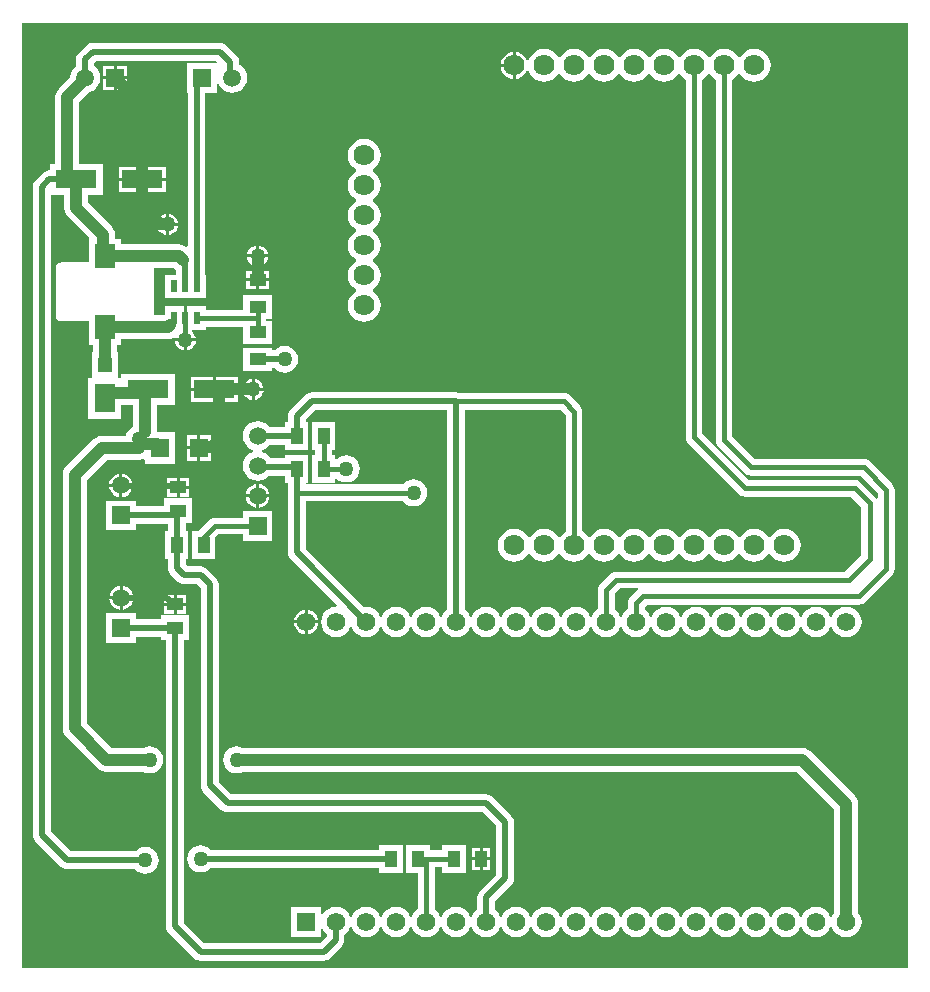
<source format=gtl>
G04*
G04 #@! TF.GenerationSoftware,Altium Limited,Altium Designer,19.0.15 (446)*
G04*
G04 Layer_Physical_Order=1*
G04 Layer_Color=255*
%FSLAX42Y42*%
%MOMM*%
G71*
G01*
G75*
%ADD15R,1.40X1.10*%
%ADD16R,1.52X1.65*%
%ADD17R,1.80X2.40*%
%ADD18R,1.20X1.20*%
%ADD19R,1.40X1.00*%
%ADD20R,1.00X1.40*%
%ADD21R,1.70X2.00*%
%ADD22R,3.50X1.60*%
%ADD23R,0.60X1.00*%
%ADD41C,0.40*%
%ADD42C,0.50*%
%ADD43C,1.00*%
%ADD44R,1.50X1.50*%
%ADD45C,1.50*%
%ADD46R,1.50X1.50*%
%ADD47C,1.56*%
%ADD48R,1.56X1.56*%
%ADD49C,1.78*%
%ADD50C,1.00*%
%ADD51C,1.27*%
G36*
X7500Y0D02*
X0D01*
Y8000D01*
X7500D01*
Y0D01*
D02*
G37*
%LPC*%
G36*
X6198Y7785D02*
X6161Y7781D01*
X6128Y7767D01*
X6099Y7744D01*
X6078Y7717D01*
X6071Y7716D01*
X6063Y7717D01*
X6043Y7744D01*
X6014Y7767D01*
X5980Y7781D01*
X5944Y7785D01*
X5907Y7781D01*
X5874Y7767D01*
X5845Y7744D01*
X5824Y7717D01*
X5817Y7716D01*
X5809Y7717D01*
X5789Y7744D01*
X5760Y7767D01*
X5726Y7781D01*
X5690Y7785D01*
X5653Y7781D01*
X5620Y7767D01*
X5591Y7744D01*
X5570Y7717D01*
X5563Y7716D01*
X5555Y7717D01*
X5535Y7744D01*
X5506Y7767D01*
X5472Y7781D01*
X5436Y7785D01*
X5399Y7781D01*
X5366Y7767D01*
X5337Y7744D01*
X5316Y7717D01*
X5309Y7716D01*
X5301Y7717D01*
X5281Y7744D01*
X5252Y7767D01*
X5218Y7781D01*
X5182Y7785D01*
X5145Y7781D01*
X5112Y7767D01*
X5083Y7744D01*
X5062Y7717D01*
X5055Y7716D01*
X5047Y7717D01*
X5027Y7744D01*
X4998Y7767D01*
X4964Y7781D01*
X4928Y7785D01*
X4891Y7781D01*
X4858Y7767D01*
X4829Y7744D01*
X4808Y7717D01*
X4801Y7716D01*
X4793Y7717D01*
X4773Y7744D01*
X4744Y7767D01*
X4710Y7781D01*
X4674Y7785D01*
X4637Y7781D01*
X4604Y7767D01*
X4575Y7744D01*
X4554Y7717D01*
X4547Y7716D01*
X4539Y7717D01*
X4519Y7744D01*
X4490Y7767D01*
X4456Y7781D01*
X4420Y7785D01*
X4383Y7781D01*
X4350Y7767D01*
X4321Y7744D01*
X4298Y7715D01*
X4286Y7686D01*
X4273Y7686D01*
X4265Y7703D01*
X4247Y7727D01*
X4223Y7745D01*
X4195Y7757D01*
X4178Y7759D01*
Y7645D01*
Y7532D01*
X4195Y7534D01*
X4223Y7546D01*
X4247Y7564D01*
X4265Y7588D01*
X4273Y7605D01*
X4286Y7605D01*
X4298Y7575D01*
X4321Y7546D01*
X4350Y7524D01*
X4383Y7510D01*
X4420Y7505D01*
X4456Y7510D01*
X4490Y7524D01*
X4519Y7546D01*
X4539Y7573D01*
X4547Y7574D01*
X4554Y7573D01*
X4575Y7546D01*
X4604Y7524D01*
X4637Y7510D01*
X4674Y7505D01*
X4710Y7510D01*
X4744Y7524D01*
X4773Y7546D01*
X4793Y7573D01*
X4801Y7574D01*
X4808Y7573D01*
X4829Y7546D01*
X4858Y7524D01*
X4891Y7510D01*
X4928Y7505D01*
X4964Y7510D01*
X4998Y7524D01*
X5027Y7546D01*
X5047Y7573D01*
X5055Y7574D01*
X5062Y7573D01*
X5083Y7546D01*
X5112Y7524D01*
X5145Y7510D01*
X5182Y7505D01*
X5218Y7510D01*
X5252Y7524D01*
X5281Y7546D01*
X5301Y7573D01*
X5309Y7574D01*
X5316Y7573D01*
X5337Y7546D01*
X5366Y7524D01*
X5399Y7510D01*
X5436Y7505D01*
X5472Y7510D01*
X5506Y7524D01*
X5535Y7546D01*
X5555Y7573D01*
X5563Y7574D01*
X5570Y7573D01*
X5591Y7546D01*
X5619Y7524D01*
Y4496D01*
X5621Y4478D01*
X5628Y4460D01*
X5640Y4446D01*
X6071Y4014D01*
X6086Y4003D01*
X6103Y3996D01*
X6121Y3993D01*
X7019D01*
X7105Y3908D01*
Y3496D01*
X6968Y3360D01*
X5029D01*
X5011Y3357D01*
X4994Y3350D01*
X4979Y3339D01*
X4896Y3256D01*
X4884Y3241D01*
X4877Y3224D01*
X4875Y3206D01*
Y3041D01*
X4854Y3025D01*
X4834Y2998D01*
X4825Y2978D01*
X4812D01*
X4803Y2998D01*
X4783Y3025D01*
X4756Y3046D01*
X4725Y3058D01*
X4692Y3063D01*
X4658Y3058D01*
X4627Y3046D01*
X4600Y3025D01*
X4580Y2998D01*
X4571Y2978D01*
X4558D01*
X4549Y2998D01*
X4529Y3025D01*
X4502Y3046D01*
X4471Y3058D01*
X4438Y3063D01*
X4404Y3058D01*
X4373Y3046D01*
X4346Y3025D01*
X4326Y2998D01*
X4317Y2978D01*
X4304D01*
X4295Y2998D01*
X4275Y3025D01*
X4248Y3046D01*
X4217Y3058D01*
X4183Y3063D01*
X4150Y3058D01*
X4119Y3046D01*
X4092Y3025D01*
X4072Y2998D01*
X4063Y2978D01*
X4050D01*
X4041Y2998D01*
X4021Y3025D01*
X3994Y3046D01*
X3963Y3058D01*
X3929Y3063D01*
X3896Y3058D01*
X3865Y3046D01*
X3838Y3025D01*
X3818Y2998D01*
X3809Y2978D01*
X3796D01*
X3787Y2998D01*
X3767Y3025D01*
X3751Y3037D01*
Y4730D01*
X4555D01*
X4603Y4682D01*
Y3702D01*
X4575Y3680D01*
X4554Y3653D01*
X4547Y3652D01*
X4539Y3653D01*
X4519Y3680D01*
X4490Y3703D01*
X4456Y3717D01*
X4420Y3721D01*
X4383Y3717D01*
X4350Y3703D01*
X4321Y3680D01*
X4300Y3653D01*
X4293Y3652D01*
X4285Y3653D01*
X4265Y3680D01*
X4236Y3703D01*
X4202Y3717D01*
X4166Y3721D01*
X4129Y3717D01*
X4096Y3703D01*
X4067Y3680D01*
X4044Y3651D01*
X4030Y3618D01*
X4026Y3581D01*
X4030Y3545D01*
X4044Y3511D01*
X4067Y3482D01*
X4096Y3460D01*
X4129Y3446D01*
X4166Y3441D01*
X4202Y3446D01*
X4236Y3460D01*
X4265Y3482D01*
X4285Y3509D01*
X4293Y3510D01*
X4300Y3509D01*
X4321Y3482D01*
X4350Y3460D01*
X4383Y3446D01*
X4420Y3441D01*
X4456Y3446D01*
X4490Y3460D01*
X4519Y3482D01*
X4539Y3509D01*
X4547Y3510D01*
X4554Y3509D01*
X4575Y3482D01*
X4604Y3460D01*
X4637Y3446D01*
X4674Y3441D01*
X4710Y3446D01*
X4744Y3460D01*
X4773Y3482D01*
X4793Y3509D01*
X4801Y3510D01*
X4808Y3509D01*
X4829Y3482D01*
X4858Y3460D01*
X4891Y3446D01*
X4928Y3441D01*
X4964Y3446D01*
X4998Y3460D01*
X5027Y3482D01*
X5047Y3509D01*
X5055Y3510D01*
X5062Y3509D01*
X5083Y3482D01*
X5112Y3460D01*
X5145Y3446D01*
X5182Y3441D01*
X5218Y3446D01*
X5252Y3460D01*
X5281Y3482D01*
X5301Y3509D01*
X5309Y3510D01*
X5316Y3509D01*
X5337Y3482D01*
X5366Y3460D01*
X5399Y3446D01*
X5436Y3441D01*
X5472Y3446D01*
X5506Y3460D01*
X5535Y3482D01*
X5555Y3509D01*
X5563Y3510D01*
X5570Y3509D01*
X5591Y3482D01*
X5620Y3460D01*
X5653Y3446D01*
X5690Y3441D01*
X5726Y3446D01*
X5760Y3460D01*
X5789Y3482D01*
X5809Y3509D01*
X5817Y3510D01*
X5824Y3509D01*
X5845Y3482D01*
X5874Y3460D01*
X5907Y3446D01*
X5944Y3441D01*
X5980Y3446D01*
X6014Y3460D01*
X6043Y3482D01*
X6063Y3509D01*
X6071Y3510D01*
X6078Y3509D01*
X6099Y3482D01*
X6128Y3460D01*
X6161Y3446D01*
X6198Y3441D01*
X6234Y3446D01*
X6268Y3460D01*
X6297Y3482D01*
X6317Y3509D01*
X6325Y3510D01*
X6332Y3509D01*
X6353Y3482D01*
X6382Y3460D01*
X6415Y3446D01*
X6452Y3441D01*
X6488Y3446D01*
X6522Y3460D01*
X6551Y3482D01*
X6573Y3511D01*
X6587Y3545D01*
X6592Y3581D01*
X6587Y3618D01*
X6573Y3651D01*
X6551Y3680D01*
X6522Y3703D01*
X6488Y3717D01*
X6452Y3721D01*
X6415Y3717D01*
X6382Y3703D01*
X6353Y3680D01*
X6332Y3653D01*
X6325Y3652D01*
X6317Y3653D01*
X6297Y3680D01*
X6268Y3703D01*
X6234Y3717D01*
X6198Y3721D01*
X6161Y3717D01*
X6128Y3703D01*
X6099Y3680D01*
X6078Y3653D01*
X6071Y3652D01*
X6063Y3653D01*
X6043Y3680D01*
X6014Y3703D01*
X5980Y3717D01*
X5944Y3721D01*
X5907Y3717D01*
X5874Y3703D01*
X5845Y3680D01*
X5824Y3653D01*
X5817Y3652D01*
X5809Y3653D01*
X5789Y3680D01*
X5760Y3703D01*
X5726Y3717D01*
X5690Y3721D01*
X5653Y3717D01*
X5620Y3703D01*
X5591Y3680D01*
X5570Y3653D01*
X5563Y3652D01*
X5555Y3653D01*
X5535Y3680D01*
X5506Y3703D01*
X5472Y3717D01*
X5436Y3721D01*
X5399Y3717D01*
X5366Y3703D01*
X5337Y3680D01*
X5316Y3653D01*
X5309Y3652D01*
X5301Y3653D01*
X5281Y3680D01*
X5252Y3703D01*
X5218Y3717D01*
X5182Y3721D01*
X5145Y3717D01*
X5112Y3703D01*
X5083Y3680D01*
X5062Y3653D01*
X5055Y3652D01*
X5047Y3653D01*
X5027Y3680D01*
X4998Y3703D01*
X4964Y3717D01*
X4928Y3721D01*
X4891Y3717D01*
X4858Y3703D01*
X4829Y3680D01*
X4808Y3653D01*
X4801Y3652D01*
X4793Y3653D01*
X4773Y3680D01*
X4744Y3702D01*
Y4712D01*
X4742Y4730D01*
X4735Y4747D01*
X4724Y4762D01*
X4635Y4851D01*
X4620Y4862D01*
X4603Y4869D01*
X4585Y4871D01*
X3701D01*
X3695Y4874D01*
X3676Y4876D01*
X2451D01*
X2432Y4874D01*
X2413Y4866D01*
X2398Y4854D01*
X2271Y4727D01*
X2259Y4711D01*
X2251Y4693D01*
X2248Y4674D01*
Y4628D01*
X2224D01*
Y4584D01*
X2093D01*
X2083Y4598D01*
X2057Y4618D01*
X2027Y4630D01*
X1994Y4635D01*
X1961Y4630D01*
X1931Y4618D01*
X1905Y4598D01*
X1885Y4572D01*
X1872Y4541D01*
X1868Y4508D01*
X1872Y4476D01*
X1885Y4445D01*
X1905Y4419D01*
X1931Y4399D01*
X1958Y4388D01*
X1958Y4388D01*
Y4375D01*
X1958Y4375D01*
X1931Y4364D01*
X1905Y4344D01*
X1885Y4318D01*
X1872Y4287D01*
X1868Y4254D01*
X1872Y4222D01*
X1885Y4191D01*
X1905Y4165D01*
X1931Y4145D01*
X1961Y4133D01*
X1994Y4128D01*
X2027Y4133D01*
X2057Y4145D01*
X2083Y4165D01*
X2084Y4166D01*
X2224D01*
Y4109D01*
X2248D01*
Y4026D01*
Y3523D01*
X2251Y3504D01*
X2259Y3485D01*
X2271Y3470D01*
X2666Y3074D01*
X2661Y3063D01*
X2659Y3063D01*
X2626Y3058D01*
X2595Y3046D01*
X2568Y3025D01*
X2548Y2998D01*
X2535Y2967D01*
X2530Y2934D01*
X2535Y2900D01*
X2548Y2869D01*
X2568Y2842D01*
X2595Y2822D01*
X2626Y2809D01*
X2659Y2805D01*
X2693Y2809D01*
X2724Y2822D01*
X2751Y2842D01*
X2771Y2869D01*
X2780Y2889D01*
X2793D01*
X2802Y2869D01*
X2822Y2842D01*
X2849Y2822D01*
X2880Y2809D01*
X2914Y2805D01*
X2947Y2809D01*
X2978Y2822D01*
X3005Y2842D01*
X3025Y2869D01*
X3034Y2889D01*
X3047D01*
X3056Y2869D01*
X3076Y2842D01*
X3103Y2822D01*
X3134Y2809D01*
X3167Y2805D01*
X3201Y2809D01*
X3232Y2822D01*
X3259Y2842D01*
X3279Y2869D01*
X3288Y2889D01*
X3301D01*
X3310Y2869D01*
X3330Y2842D01*
X3357Y2822D01*
X3388Y2809D01*
X3422Y2805D01*
X3455Y2809D01*
X3486Y2822D01*
X3513Y2842D01*
X3533Y2869D01*
X3542Y2889D01*
X3555D01*
X3564Y2869D01*
X3584Y2842D01*
X3611Y2822D01*
X3642Y2809D01*
X3676Y2805D01*
X3709Y2809D01*
X3740Y2822D01*
X3767Y2842D01*
X3787Y2869D01*
X3796Y2889D01*
X3809D01*
X3818Y2869D01*
X3838Y2842D01*
X3865Y2822D01*
X3896Y2809D01*
X3929Y2805D01*
X3963Y2809D01*
X3994Y2822D01*
X4021Y2842D01*
X4041Y2869D01*
X4050Y2889D01*
X4063D01*
X4072Y2869D01*
X4092Y2842D01*
X4119Y2822D01*
X4150Y2809D01*
X4183Y2805D01*
X4217Y2809D01*
X4248Y2822D01*
X4275Y2842D01*
X4295Y2869D01*
X4304Y2889D01*
X4317D01*
X4326Y2869D01*
X4346Y2842D01*
X4373Y2822D01*
X4404Y2809D01*
X4438Y2805D01*
X4471Y2809D01*
X4502Y2822D01*
X4529Y2842D01*
X4549Y2869D01*
X4558Y2889D01*
X4571D01*
X4580Y2869D01*
X4600Y2842D01*
X4627Y2822D01*
X4658Y2809D01*
X4692Y2805D01*
X4725Y2809D01*
X4756Y2822D01*
X4783Y2842D01*
X4803Y2869D01*
X4812Y2889D01*
X4825D01*
X4834Y2869D01*
X4854Y2842D01*
X4881Y2822D01*
X4912Y2809D01*
X4946Y2805D01*
X4979Y2809D01*
X5010Y2822D01*
X5037Y2842D01*
X5057Y2869D01*
X5066Y2889D01*
X5079D01*
X5088Y2869D01*
X5108Y2842D01*
X5135Y2822D01*
X5166Y2809D01*
X5199Y2805D01*
X5233Y2809D01*
X5264Y2822D01*
X5291Y2842D01*
X5311Y2869D01*
X5320Y2889D01*
X5333D01*
X5342Y2869D01*
X5362Y2842D01*
X5389Y2822D01*
X5420Y2809D01*
X5453Y2805D01*
X5487Y2809D01*
X5518Y2822D01*
X5545Y2842D01*
X5565Y2869D01*
X5574Y2889D01*
X5587D01*
X5596Y2869D01*
X5616Y2842D01*
X5643Y2822D01*
X5674Y2809D01*
X5708Y2805D01*
X5741Y2809D01*
X5772Y2822D01*
X5799Y2842D01*
X5819Y2869D01*
X5828Y2889D01*
X5841D01*
X5850Y2869D01*
X5870Y2842D01*
X5897Y2822D01*
X5928Y2809D01*
X5962Y2805D01*
X5995Y2809D01*
X6026Y2822D01*
X6053Y2842D01*
X6073Y2869D01*
X6082Y2889D01*
X6095D01*
X6104Y2869D01*
X6124Y2842D01*
X6151Y2822D01*
X6182Y2809D01*
X6215Y2805D01*
X6249Y2809D01*
X6280Y2822D01*
X6307Y2842D01*
X6327Y2869D01*
X6336Y2889D01*
X6349D01*
X6358Y2869D01*
X6378Y2842D01*
X6405Y2822D01*
X6436Y2809D01*
X6469Y2805D01*
X6503Y2809D01*
X6534Y2822D01*
X6561Y2842D01*
X6581Y2869D01*
X6590Y2889D01*
X6603D01*
X6612Y2869D01*
X6632Y2842D01*
X6659Y2822D01*
X6690Y2809D01*
X6724Y2805D01*
X6757Y2809D01*
X6788Y2822D01*
X6815Y2842D01*
X6835Y2869D01*
X6844Y2889D01*
X6857D01*
X6866Y2869D01*
X6886Y2842D01*
X6913Y2822D01*
X6944Y2809D01*
X6978Y2805D01*
X7011Y2809D01*
X7042Y2822D01*
X7069Y2842D01*
X7089Y2869D01*
X7102Y2900D01*
X7107Y2934D01*
X7102Y2967D01*
X7089Y2998D01*
X7069Y3025D01*
X7042Y3046D01*
X7011Y3058D01*
X6978Y3063D01*
X6944Y3058D01*
X6913Y3046D01*
X6886Y3025D01*
X6866Y2998D01*
X6857Y2978D01*
X6844D01*
X6835Y2998D01*
X6815Y3025D01*
X6788Y3046D01*
X6757Y3058D01*
X6724Y3063D01*
X6690Y3058D01*
X6659Y3046D01*
X6632Y3025D01*
X6612Y2998D01*
X6603Y2978D01*
X6590D01*
X6581Y2998D01*
X6561Y3025D01*
X6534Y3046D01*
X6503Y3058D01*
X6469Y3063D01*
X6436Y3058D01*
X6405Y3046D01*
X6378Y3025D01*
X6358Y2998D01*
X6349Y2978D01*
X6336D01*
X6327Y2998D01*
X6307Y3025D01*
X6280Y3046D01*
X6249Y3058D01*
X6215Y3063D01*
X6182Y3058D01*
X6151Y3046D01*
X6124Y3025D01*
X6104Y2998D01*
X6095Y2978D01*
X6082D01*
X6073Y2998D01*
X6053Y3025D01*
X6026Y3046D01*
X5995Y3058D01*
X5962Y3063D01*
X5928Y3058D01*
X5897Y3046D01*
X5870Y3025D01*
X5850Y2998D01*
X5841Y2978D01*
X5828D01*
X5819Y2998D01*
X5799Y3025D01*
X5772Y3046D01*
X5741Y3058D01*
X5708Y3063D01*
X5674Y3058D01*
X5643Y3046D01*
X5616Y3025D01*
X5596Y2998D01*
X5587Y2978D01*
X5574D01*
X5565Y2998D01*
X5545Y3025D01*
X5518Y3046D01*
X5487Y3058D01*
X5453Y3063D01*
X5420Y3058D01*
X5389Y3046D01*
X5362Y3025D01*
X5342Y2998D01*
X5333Y2978D01*
X5320D01*
X5311Y2998D01*
X5291Y3025D01*
X5270Y3041D01*
Y3062D01*
X5287Y3079D01*
X7087D01*
X7105Y3081D01*
X7122Y3088D01*
X7137Y3100D01*
X7365Y3328D01*
X7376Y3343D01*
X7383Y3360D01*
X7386Y3378D01*
Y4051D01*
X7383Y4070D01*
X7376Y4087D01*
X7365Y4101D01*
X7175Y4292D01*
X7160Y4303D01*
X7143Y4310D01*
X7125Y4312D01*
X6201D01*
X6014Y4500D01*
Y7524D01*
X6043Y7546D01*
X6063Y7573D01*
X6071Y7574D01*
X6078Y7573D01*
X6099Y7546D01*
X6128Y7524D01*
X6161Y7510D01*
X6198Y7505D01*
X6234Y7510D01*
X6268Y7524D01*
X6297Y7546D01*
X6319Y7575D01*
X6333Y7609D01*
X6338Y7645D01*
X6333Y7682D01*
X6319Y7715D01*
X6297Y7744D01*
X6268Y7767D01*
X6234Y7781D01*
X6198Y7785D01*
D02*
G37*
G36*
X4153Y7759D02*
X4136Y7757D01*
X4108Y7745D01*
X4084Y7727D01*
X4066Y7703D01*
X4054Y7675D01*
X4052Y7658D01*
X4153D01*
Y7759D01*
D02*
G37*
G36*
Y7633D02*
X4052D01*
X4054Y7616D01*
X4066Y7588D01*
X4084Y7564D01*
X4108Y7546D01*
X4136Y7534D01*
X4153Y7532D01*
Y7633D01*
D02*
G37*
G36*
X1676Y7835D02*
X597D01*
X577Y7833D01*
X559Y7825D01*
X543Y7813D01*
X543Y7813D01*
X480Y7750D01*
X468Y7734D01*
X460Y7716D01*
X458Y7696D01*
Y7639D01*
X444Y7629D01*
X424Y7603D01*
X412Y7572D01*
X408Y7543D01*
X310Y7445D01*
X294Y7424D01*
X284Y7400D01*
X280Y7374D01*
Y6810D01*
X232D01*
Y6768D01*
X229Y6756D01*
X209Y6753D01*
X191Y6746D01*
X175Y6734D01*
X112Y6670D01*
X100Y6655D01*
X92Y6636D01*
X89Y6617D01*
X89Y1130D01*
X92Y1111D01*
X100Y1092D01*
X112Y1077D01*
X328Y861D01*
X328Y861D01*
X343Y849D01*
X361Y841D01*
X381Y839D01*
X381Y839D01*
X956D01*
X960Y833D01*
X984Y815D01*
X1012Y804D01*
X1041Y800D01*
X1071Y804D01*
X1099Y815D01*
X1122Y833D01*
X1141Y857D01*
X1152Y885D01*
X1156Y914D01*
X1152Y944D01*
X1141Y972D01*
X1122Y995D01*
X1099Y1014D01*
X1071Y1025D01*
X1041Y1029D01*
X1012Y1025D01*
X984Y1014D01*
X960Y995D01*
X956Y990D01*
X412D01*
X241Y1162D01*
X241Y6550D01*
X356D01*
Y6439D01*
X359Y6413D01*
X369Y6389D01*
X385Y6368D01*
X567Y6186D01*
X564Y6178D01*
X564D01*
Y5979D01*
X334D01*
X314Y5975D01*
X297Y5964D01*
X286Y5947D01*
X283Y5928D01*
Y5528D01*
X286Y5508D01*
X297Y5492D01*
X314Y5481D01*
X334Y5477D01*
X564D01*
Y5278D01*
X598D01*
Y5215D01*
X589D01*
Y4995D01*
X559D01*
Y4655D01*
X839D01*
Y4771D01*
X941D01*
Y4585D01*
X933Y4582D01*
X910Y4564D01*
X891Y4540D01*
X880Y4513D01*
X879Y4508D01*
X673D01*
X647Y4504D01*
X623Y4494D01*
X602Y4478D01*
X373Y4250D01*
X357Y4229D01*
X347Y4204D01*
X344Y4178D01*
Y2032D01*
X347Y2006D01*
X357Y1982D01*
X373Y1961D01*
X640Y1694D01*
X661Y1678D01*
X685Y1668D01*
X711Y1664D01*
X1026D01*
X1050Y1655D01*
X1080Y1651D01*
X1109Y1655D01*
X1137Y1666D01*
X1160Y1684D01*
X1179Y1708D01*
X1190Y1736D01*
X1194Y1765D01*
X1190Y1795D01*
X1179Y1823D01*
X1160Y1846D01*
X1137Y1864D01*
X1109Y1876D01*
X1080Y1880D01*
X1050Y1876D01*
X1026Y1866D01*
X753D01*
X545Y2074D01*
Y4137D01*
X715Y4306D01*
X991D01*
X1017Y4309D01*
X1029Y4315D01*
X1040Y4308D01*
Y4274D01*
X1292D01*
Y4539D01*
X1146D01*
X1142Y4540D01*
Y4772D01*
X1291D01*
Y5032D01*
X841D01*
Y5007D01*
X839Y4995D01*
X809D01*
Y5215D01*
X799D01*
Y5278D01*
X834D01*
Y5327D01*
X1231D01*
X1257Y5330D01*
X1281Y5340D01*
X1282Y5341D01*
X1294Y5334D01*
X1294Y5334D01*
X1470D01*
X1468Y5345D01*
X1459Y5366D01*
X1445Y5385D01*
X1437Y5391D01*
X1441Y5404D01*
X1557D01*
Y5433D01*
X1874D01*
Y5285D01*
X2114D01*
Y5485D01*
X2065D01*
Y5501D01*
X2114D01*
Y5701D01*
X1874D01*
Y5574D01*
X1557D01*
Y5604D01*
X1397D01*
Y5579D01*
X1394D01*
Y5504D01*
X1369D01*
Y5579D01*
X1367D01*
Y5604D01*
X1207D01*
Y5538D01*
X1201Y5536D01*
X1192Y5529D01*
X1114D01*
Y5927D01*
X1284D01*
X1288Y5923D01*
X1306Y5909D01*
Y5874D01*
X1207D01*
Y5674D01*
X1557D01*
Y5874D01*
X1552D01*
Y7415D01*
X1649D01*
Y7491D01*
X1662Y7494D01*
X1669Y7477D01*
X1689Y7451D01*
X1715Y7431D01*
X1745Y7418D01*
X1778Y7414D01*
X1811Y7418D01*
X1841Y7431D01*
X1867Y7451D01*
X1887Y7477D01*
X1900Y7507D01*
X1904Y7540D01*
X1900Y7572D01*
X1887Y7603D01*
X1867Y7629D01*
X1841Y7649D01*
X1835Y7652D01*
Y7677D01*
X1832Y7697D01*
X1824Y7715D01*
X1812Y7731D01*
X1812Y7731D01*
X1730Y7813D01*
X1714Y7825D01*
X1696Y7833D01*
X1676Y7835D01*
D02*
G37*
G36*
X2007Y6120D02*
Y6045D01*
X2082D01*
X2081Y6056D01*
X2072Y6077D01*
X2057Y6096D01*
X2039Y6110D01*
X2017Y6119D01*
X2007Y6120D01*
D02*
G37*
G36*
X1981D02*
X1971Y6119D01*
X1949Y6110D01*
X1930Y6096D01*
X1916Y6077D01*
X1907Y6056D01*
X1906Y6045D01*
X1981D01*
Y6120D01*
D02*
G37*
G36*
X2082Y6020D02*
X2007D01*
Y5945D01*
X2017Y5946D01*
X2039Y5955D01*
X2057Y5969D01*
X2072Y5988D01*
X2081Y6009D01*
X2082Y6020D01*
D02*
G37*
G36*
X1981D02*
X1906D01*
X1907Y6009D01*
X1916Y5988D01*
X1930Y5969D01*
X1949Y5955D01*
X1971Y5946D01*
X1981Y5945D01*
Y6020D01*
D02*
G37*
G36*
X2089Y5905D02*
X2007D01*
Y5842D01*
X2089D01*
Y5905D01*
D02*
G37*
G36*
X1981D02*
X1899D01*
Y5842D01*
X1981D01*
Y5905D01*
D02*
G37*
G36*
X2089Y5817D02*
X2007D01*
Y5754D01*
X2089D01*
Y5817D01*
D02*
G37*
G36*
X1981D02*
X1899D01*
Y5754D01*
X1981D01*
Y5817D01*
D02*
G37*
G36*
X2896Y7023D02*
X2859Y7019D01*
X2826Y7005D01*
X2797Y6982D01*
X2774Y6953D01*
X2760Y6920D01*
X2756Y6883D01*
X2760Y6847D01*
X2774Y6813D01*
X2797Y6784D01*
X2824Y6764D01*
X2825Y6756D01*
X2824Y6749D01*
X2797Y6728D01*
X2774Y6699D01*
X2760Y6666D01*
X2756Y6629D01*
X2760Y6593D01*
X2774Y6559D01*
X2797Y6530D01*
X2824Y6510D01*
X2825Y6502D01*
X2824Y6495D01*
X2797Y6474D01*
X2774Y6445D01*
X2760Y6412D01*
X2756Y6375D01*
X2760Y6339D01*
X2774Y6305D01*
X2797Y6276D01*
X2824Y6256D01*
X2825Y6248D01*
X2824Y6241D01*
X2797Y6220D01*
X2774Y6191D01*
X2760Y6158D01*
X2756Y6121D01*
X2760Y6085D01*
X2774Y6051D01*
X2797Y6022D01*
X2824Y6002D01*
X2825Y5994D01*
X2824Y5987D01*
X2797Y5966D01*
X2774Y5937D01*
X2760Y5904D01*
X2756Y5867D01*
X2760Y5831D01*
X2774Y5797D01*
X2797Y5768D01*
X2824Y5748D01*
X2825Y5740D01*
X2824Y5733D01*
X2797Y5712D01*
X2774Y5683D01*
X2760Y5650D01*
X2756Y5613D01*
X2760Y5577D01*
X2774Y5543D01*
X2797Y5514D01*
X2826Y5492D01*
X2859Y5478D01*
X2896Y5473D01*
X2932Y5478D01*
X2966Y5492D01*
X2995Y5514D01*
X3017Y5543D01*
X3031Y5577D01*
X3036Y5613D01*
X3031Y5650D01*
X3017Y5683D01*
X2995Y5712D01*
X2968Y5733D01*
X2967Y5740D01*
X2968Y5748D01*
X2995Y5768D01*
X3017Y5797D01*
X3031Y5831D01*
X3036Y5867D01*
X3031Y5904D01*
X3017Y5937D01*
X2995Y5966D01*
X2968Y5987D01*
X2967Y5994D01*
X2968Y6002D01*
X2995Y6022D01*
X3017Y6051D01*
X3031Y6085D01*
X3036Y6121D01*
X3031Y6158D01*
X3017Y6191D01*
X2995Y6220D01*
X2968Y6241D01*
X2967Y6248D01*
X2968Y6256D01*
X2995Y6276D01*
X3017Y6305D01*
X3031Y6339D01*
X3036Y6375D01*
X3031Y6412D01*
X3017Y6445D01*
X2995Y6474D01*
X2968Y6495D01*
X2967Y6502D01*
X2968Y6510D01*
X2995Y6530D01*
X3017Y6559D01*
X3031Y6593D01*
X3036Y6629D01*
X3031Y6666D01*
X3017Y6699D01*
X2995Y6728D01*
X2968Y6749D01*
X2967Y6756D01*
X2968Y6764D01*
X2995Y6784D01*
X3017Y6813D01*
X3031Y6847D01*
X3036Y6883D01*
X3031Y6920D01*
X3017Y6953D01*
X2995Y6982D01*
X2966Y7005D01*
X2932Y7019D01*
X2896Y7023D01*
D02*
G37*
G36*
X1470Y5309D02*
X1394D01*
Y5233D01*
X1405Y5235D01*
X1427Y5244D01*
X1445Y5258D01*
X1459Y5276D01*
X1468Y5298D01*
X1470Y5309D01*
D02*
G37*
G36*
X1369D02*
X1294D01*
X1295Y5298D01*
X1304Y5276D01*
X1318Y5258D01*
X1337Y5244D01*
X1359Y5235D01*
X1369Y5233D01*
Y5309D01*
D02*
G37*
G36*
X2223Y5271D02*
X2193Y5267D01*
X2165Y5255D01*
X2142Y5237D01*
X2137Y5232D01*
X2114D01*
Y5256D01*
X1874D01*
Y5056D01*
X2114D01*
Y5081D01*
X2137D01*
X2142Y5075D01*
X2165Y5057D01*
X2193Y5046D01*
X2223Y5042D01*
X2252Y5046D01*
X2280Y5057D01*
X2303Y5075D01*
X2322Y5099D01*
X2333Y5127D01*
X2337Y5156D01*
X2333Y5186D01*
X2322Y5213D01*
X2303Y5237D01*
X2280Y5255D01*
X2252Y5267D01*
X2223Y5271D01*
D02*
G37*
G36*
X1968Y4990D02*
Y4915D01*
X2044D01*
X2042Y4925D01*
X2033Y4947D01*
X2019Y4966D01*
X2001Y4980D01*
X1979Y4989D01*
X1968Y4990D01*
D02*
G37*
G36*
X1943D02*
X1933Y4989D01*
X1911Y4980D01*
X1892Y4966D01*
X1878Y4947D01*
X1869Y4925D01*
X1868Y4915D01*
X1943D01*
Y4990D01*
D02*
G37*
G36*
X1827Y5008D02*
X1639D01*
Y4915D01*
X1827D01*
Y5008D01*
D02*
G37*
G36*
X1614D02*
X1426D01*
Y4915D01*
X1614D01*
Y5008D01*
D02*
G37*
G36*
X2044Y4890D02*
X1968D01*
Y4814D01*
X1979Y4816D01*
X2001Y4825D01*
X2019Y4839D01*
X2033Y4857D01*
X2042Y4879D01*
X2044Y4890D01*
D02*
G37*
G36*
X1943D02*
X1868D01*
X1869Y4879D01*
X1878Y4857D01*
X1892Y4839D01*
X1911Y4825D01*
X1933Y4816D01*
X1943Y4814D01*
Y4890D01*
D02*
G37*
G36*
X1827D02*
X1639D01*
Y4797D01*
X1827D01*
Y4890D01*
D02*
G37*
G36*
X1614D02*
X1426D01*
Y4797D01*
X1614D01*
Y4890D01*
D02*
G37*
G36*
X1598Y4515D02*
X1509D01*
Y4420D01*
X1598D01*
Y4515D01*
D02*
G37*
G36*
X1483D02*
X1394D01*
Y4420D01*
X1483D01*
Y4515D01*
D02*
G37*
G36*
X1598Y4394D02*
X1509D01*
Y4299D01*
X1598D01*
Y4394D01*
D02*
G37*
G36*
X1483D02*
X1394D01*
Y4299D01*
X1483D01*
Y4394D01*
D02*
G37*
G36*
X849Y4189D02*
Y4102D01*
X936D01*
X934Y4116D01*
X924Y4140D01*
X908Y4161D01*
X887Y4177D01*
X863Y4187D01*
X849Y4189D01*
D02*
G37*
G36*
X824D02*
X810Y4187D01*
X786Y4177D01*
X765Y4161D01*
X749Y4140D01*
X739Y4116D01*
X737Y4102D01*
X824D01*
Y4189D01*
D02*
G37*
G36*
X1416Y4155D02*
X1334D01*
Y4088D01*
X1416D01*
Y4155D01*
D02*
G37*
G36*
X1308D02*
X1226D01*
Y4088D01*
X1308D01*
Y4155D01*
D02*
G37*
G36*
X2007Y4100D02*
Y4013D01*
X2093D01*
X2092Y4027D01*
X2082Y4051D01*
X2066Y4072D01*
X2045Y4088D01*
X2020Y4098D01*
X2007Y4100D01*
D02*
G37*
G36*
X1981D02*
X1968Y4098D01*
X1943Y4088D01*
X1922Y4072D01*
X1906Y4051D01*
X1896Y4027D01*
X1894Y4013D01*
X1981D01*
Y4100D01*
D02*
G37*
G36*
X1416Y4062D02*
X1334D01*
Y3995D01*
X1416D01*
Y4062D01*
D02*
G37*
G36*
X1308D02*
X1226D01*
Y3995D01*
X1308D01*
Y4062D01*
D02*
G37*
G36*
X936Y4077D02*
X849D01*
Y3990D01*
X863Y3992D01*
X887Y4002D01*
X908Y4018D01*
X924Y4039D01*
X934Y4063D01*
X936Y4077D01*
D02*
G37*
G36*
X824D02*
X737D01*
X739Y4063D01*
X749Y4039D01*
X765Y4018D01*
X786Y4002D01*
X810Y3992D01*
X824Y3990D01*
Y4077D01*
D02*
G37*
G36*
X1441Y3980D02*
X1201D01*
Y3911D01*
X962D01*
Y3960D01*
X712D01*
Y3710D01*
X962D01*
Y3760D01*
X1239D01*
Y3701D01*
X1208D01*
Y3462D01*
X1232D01*
Y3391D01*
X1235Y3371D01*
X1243Y3353D01*
X1255Y3337D01*
X1318Y3274D01*
X1318Y3274D01*
X1334Y3262D01*
X1352Y3254D01*
X1372Y3252D01*
X1372Y3252D01*
X1480D01*
X1512Y3220D01*
Y1549D01*
X1514Y1530D01*
X1522Y1512D01*
X1534Y1496D01*
X1686Y1344D01*
X1702Y1331D01*
X1720Y1324D01*
X1740Y1321D01*
X3898D01*
X4014Y1206D01*
Y793D01*
X3876Y656D01*
X3864Y640D01*
X3856Y622D01*
X3854Y602D01*
Y497D01*
X3838Y485D01*
X3818Y458D01*
X3809Y438D01*
X3796D01*
X3787Y458D01*
X3767Y485D01*
X3740Y506D01*
X3709Y518D01*
X3676Y523D01*
X3642Y518D01*
X3611Y506D01*
X3584Y485D01*
X3564Y458D01*
X3555Y438D01*
X3542D01*
X3533Y458D01*
X3513Y485D01*
X3492Y501D01*
Y856D01*
X3558D01*
Y807D01*
X3758D01*
Y1047D01*
X3558D01*
Y998D01*
X3453D01*
Y1047D01*
X3253D01*
Y807D01*
X3351D01*
Y501D01*
X3330Y485D01*
X3310Y458D01*
X3301Y438D01*
X3288D01*
X3279Y458D01*
X3259Y485D01*
X3232Y506D01*
X3201Y518D01*
X3167Y523D01*
X3134Y518D01*
X3103Y506D01*
X3076Y485D01*
X3056Y458D01*
X3047Y438D01*
X3034D01*
X3025Y458D01*
X3005Y485D01*
X2978Y506D01*
X2947Y518D01*
X2914Y523D01*
X2880Y518D01*
X2849Y506D01*
X2822Y485D01*
X2802Y458D01*
X2793Y438D01*
X2780D01*
X2771Y458D01*
X2751Y485D01*
X2724Y506D01*
X2693Y518D01*
X2659Y523D01*
X2626Y518D01*
X2595Y506D01*
X2568Y485D01*
X2548Y458D01*
X2546Y455D01*
X2533Y457D01*
Y522D01*
X2277D01*
Y266D01*
X2533D01*
Y330D01*
X2546Y333D01*
X2548Y329D01*
X2568Y302D01*
X2578Y295D01*
Y272D01*
X2521Y215D01*
X1543D01*
X1371Y387D01*
Y2779D01*
X1415D01*
Y2989D01*
X1176D01*
Y2960D01*
X963D01*
Y3008D01*
X713D01*
Y2758D01*
X963D01*
Y2809D01*
X1176D01*
Y2779D01*
X1220D01*
Y356D01*
X1222Y336D01*
X1230Y318D01*
X1242Y302D01*
X1458Y86D01*
X1473Y74D01*
X1492Y67D01*
X1511Y64D01*
X2553D01*
X2572Y67D01*
X2591Y74D01*
X2606Y86D01*
X2707Y187D01*
X2719Y203D01*
X2727Y221D01*
X2729Y241D01*
Y286D01*
X2751Y302D01*
X2771Y329D01*
X2780Y349D01*
X2793D01*
X2802Y329D01*
X2822Y302D01*
X2849Y282D01*
X2880Y269D01*
X2914Y265D01*
X2947Y269D01*
X2978Y282D01*
X3005Y302D01*
X3025Y329D01*
X3034Y349D01*
X3047D01*
X3056Y329D01*
X3076Y302D01*
X3103Y282D01*
X3134Y269D01*
X3167Y265D01*
X3201Y269D01*
X3232Y282D01*
X3259Y302D01*
X3279Y329D01*
X3288Y349D01*
X3301D01*
X3310Y329D01*
X3330Y302D01*
X3357Y282D01*
X3388Y269D01*
X3422Y265D01*
X3455Y269D01*
X3486Y282D01*
X3513Y302D01*
X3533Y329D01*
X3542Y349D01*
X3555D01*
X3564Y329D01*
X3584Y302D01*
X3611Y282D01*
X3642Y269D01*
X3676Y265D01*
X3709Y269D01*
X3740Y282D01*
X3767Y302D01*
X3787Y329D01*
X3796Y349D01*
X3809D01*
X3818Y329D01*
X3838Y302D01*
X3865Y282D01*
X3896Y269D01*
X3929Y265D01*
X3963Y269D01*
X3994Y282D01*
X4021Y302D01*
X4041Y329D01*
X4050Y349D01*
X4063D01*
X4072Y329D01*
X4092Y302D01*
X4119Y282D01*
X4150Y269D01*
X4183Y265D01*
X4217Y269D01*
X4248Y282D01*
X4275Y302D01*
X4295Y329D01*
X4304Y349D01*
X4317D01*
X4326Y329D01*
X4346Y302D01*
X4373Y282D01*
X4404Y269D01*
X4438Y265D01*
X4471Y269D01*
X4502Y282D01*
X4529Y302D01*
X4549Y329D01*
X4558Y349D01*
X4571D01*
X4580Y329D01*
X4600Y302D01*
X4627Y282D01*
X4658Y269D01*
X4692Y265D01*
X4725Y269D01*
X4756Y282D01*
X4783Y302D01*
X4803Y329D01*
X4812Y349D01*
X4825D01*
X4834Y329D01*
X4854Y302D01*
X4881Y282D01*
X4912Y269D01*
X4946Y265D01*
X4979Y269D01*
X5010Y282D01*
X5037Y302D01*
X5057Y329D01*
X5066Y349D01*
X5079D01*
X5088Y329D01*
X5108Y302D01*
X5135Y282D01*
X5166Y269D01*
X5199Y265D01*
X5233Y269D01*
X5264Y282D01*
X5291Y302D01*
X5311Y329D01*
X5320Y349D01*
X5333D01*
X5342Y329D01*
X5362Y302D01*
X5389Y282D01*
X5420Y269D01*
X5453Y265D01*
X5487Y269D01*
X5518Y282D01*
X5545Y302D01*
X5565Y329D01*
X5574Y349D01*
X5587D01*
X5596Y329D01*
X5616Y302D01*
X5643Y282D01*
X5674Y269D01*
X5708Y265D01*
X5741Y269D01*
X5772Y282D01*
X5799Y302D01*
X5819Y329D01*
X5828Y349D01*
X5841D01*
X5850Y329D01*
X5870Y302D01*
X5897Y282D01*
X5928Y269D01*
X5962Y265D01*
X5995Y269D01*
X6026Y282D01*
X6053Y302D01*
X6073Y329D01*
X6082Y349D01*
X6095D01*
X6104Y329D01*
X6124Y302D01*
X6151Y282D01*
X6182Y269D01*
X6215Y265D01*
X6249Y269D01*
X6280Y282D01*
X6307Y302D01*
X6327Y329D01*
X6336Y349D01*
X6349D01*
X6358Y329D01*
X6378Y302D01*
X6405Y282D01*
X6436Y269D01*
X6469Y265D01*
X6503Y269D01*
X6534Y282D01*
X6561Y302D01*
X6581Y329D01*
X6590Y349D01*
X6603D01*
X6612Y329D01*
X6632Y302D01*
X6659Y282D01*
X6690Y269D01*
X6724Y265D01*
X6757Y269D01*
X6788Y282D01*
X6815Y302D01*
X6835Y329D01*
X6844Y349D01*
X6857D01*
X6866Y329D01*
X6886Y302D01*
X6913Y282D01*
X6944Y269D01*
X6978Y265D01*
X7011Y269D01*
X7042Y282D01*
X7069Y302D01*
X7089Y329D01*
X7102Y360D01*
X7107Y394D01*
X7102Y427D01*
X7089Y458D01*
X7078Y473D01*
Y1392D01*
X7075Y1418D01*
X7065Y1442D01*
X7049Y1463D01*
X6675Y1837D01*
X6654Y1853D01*
X6630Y1863D01*
X6604Y1866D01*
X1869D01*
X1846Y1876D01*
X1816Y1880D01*
X1786Y1876D01*
X1759Y1864D01*
X1735Y1846D01*
X1717Y1823D01*
X1706Y1795D01*
X1702Y1765D01*
X1706Y1736D01*
X1717Y1708D01*
X1735Y1684D01*
X1759Y1666D01*
X1786Y1655D01*
X1816Y1651D01*
X1846Y1655D01*
X1869Y1664D01*
X6562D01*
X6877Y1350D01*
Y473D01*
X6866Y458D01*
X6857Y438D01*
X6844D01*
X6835Y458D01*
X6815Y485D01*
X6788Y506D01*
X6757Y518D01*
X6724Y523D01*
X6690Y518D01*
X6659Y506D01*
X6632Y485D01*
X6612Y458D01*
X6603Y438D01*
X6590D01*
X6581Y458D01*
X6561Y485D01*
X6534Y506D01*
X6503Y518D01*
X6469Y523D01*
X6436Y518D01*
X6405Y506D01*
X6378Y485D01*
X6358Y458D01*
X6349Y438D01*
X6336D01*
X6327Y458D01*
X6307Y485D01*
X6280Y506D01*
X6249Y518D01*
X6215Y523D01*
X6182Y518D01*
X6151Y506D01*
X6124Y485D01*
X6104Y458D01*
X6095Y438D01*
X6082D01*
X6073Y458D01*
X6053Y485D01*
X6026Y506D01*
X5995Y518D01*
X5962Y523D01*
X5928Y518D01*
X5897Y506D01*
X5870Y485D01*
X5850Y458D01*
X5841Y438D01*
X5828D01*
X5819Y458D01*
X5799Y485D01*
X5772Y506D01*
X5741Y518D01*
X5708Y523D01*
X5674Y518D01*
X5643Y506D01*
X5616Y485D01*
X5596Y458D01*
X5587Y438D01*
X5574D01*
X5565Y458D01*
X5545Y485D01*
X5518Y506D01*
X5487Y518D01*
X5453Y523D01*
X5420Y518D01*
X5389Y506D01*
X5362Y485D01*
X5342Y458D01*
X5333Y438D01*
X5320D01*
X5311Y458D01*
X5291Y485D01*
X5264Y506D01*
X5233Y518D01*
X5199Y523D01*
X5166Y518D01*
X5135Y506D01*
X5108Y485D01*
X5088Y458D01*
X5079Y438D01*
X5066D01*
X5057Y458D01*
X5037Y485D01*
X5010Y506D01*
X4979Y518D01*
X4946Y523D01*
X4912Y518D01*
X4881Y506D01*
X4854Y485D01*
X4834Y458D01*
X4825Y438D01*
X4812D01*
X4803Y458D01*
X4783Y485D01*
X4756Y506D01*
X4725Y518D01*
X4692Y523D01*
X4658Y518D01*
X4627Y506D01*
X4600Y485D01*
X4580Y458D01*
X4571Y438D01*
X4558D01*
X4549Y458D01*
X4529Y485D01*
X4502Y506D01*
X4471Y518D01*
X4438Y523D01*
X4404Y518D01*
X4373Y506D01*
X4346Y485D01*
X4326Y458D01*
X4317Y438D01*
X4304D01*
X4295Y458D01*
X4275Y485D01*
X4248Y506D01*
X4217Y518D01*
X4183Y523D01*
X4150Y518D01*
X4119Y506D01*
X4092Y485D01*
X4072Y458D01*
X4063Y438D01*
X4050D01*
X4041Y458D01*
X4021Y485D01*
X4005Y497D01*
Y571D01*
X4143Y709D01*
X4155Y724D01*
X4162Y742D01*
X4165Y762D01*
Y1237D01*
X4162Y1257D01*
X4155Y1275D01*
X4143Y1291D01*
X3983Y1450D01*
X3967Y1463D01*
X3949Y1470D01*
X3929Y1473D01*
X1771D01*
X1663Y1581D01*
Y3251D01*
X1661Y3271D01*
X1653Y3289D01*
X1641Y3305D01*
X1565Y3381D01*
X1549Y3393D01*
X1531Y3400D01*
X1511Y3403D01*
X1403D01*
X1384Y3422D01*
Y3462D01*
X1408D01*
Y3701D01*
X1390D01*
Y3770D01*
X1441D01*
Y3980D01*
D02*
G37*
G36*
X2093Y3988D02*
X2007D01*
Y3901D01*
X2020Y3903D01*
X2045Y3913D01*
X2066Y3929D01*
X2082Y3950D01*
X2092Y3974D01*
X2093Y3988D01*
D02*
G37*
G36*
X1981D02*
X1894D01*
X1896Y3974D01*
X1906Y3950D01*
X1922Y3929D01*
X1943Y3913D01*
X1968Y3903D01*
X1981Y3901D01*
Y3988D01*
D02*
G37*
G36*
X2119Y3872D02*
X1869D01*
Y3817D01*
X1631D01*
X1612Y3815D01*
X1595Y3808D01*
X1581Y3796D01*
X1487Y3703D01*
X1486Y3701D01*
X1437D01*
Y3462D01*
X1637D01*
Y3653D01*
X1660Y3676D01*
X1869D01*
Y3622D01*
X2119D01*
Y3872D01*
D02*
G37*
G36*
X851Y3236D02*
Y3150D01*
X938D01*
X936Y3163D01*
X926Y3188D01*
X910Y3209D01*
X889Y3225D01*
X864Y3235D01*
X851Y3236D01*
D02*
G37*
G36*
X826D02*
X812Y3235D01*
X788Y3225D01*
X767Y3209D01*
X751Y3188D01*
X740Y3163D01*
X739Y3150D01*
X826D01*
Y3236D01*
D02*
G37*
G36*
X1391Y3165D02*
X1308D01*
Y3097D01*
X1391D01*
Y3165D01*
D02*
G37*
G36*
X1283D02*
X1200D01*
Y3097D01*
X1283D01*
Y3165D01*
D02*
G37*
G36*
X938Y3124D02*
X851D01*
Y3037D01*
X864Y3039D01*
X889Y3049D01*
X910Y3065D01*
X926Y3086D01*
X936Y3111D01*
X938Y3124D01*
D02*
G37*
G36*
X826D02*
X739D01*
X740Y3111D01*
X751Y3086D01*
X767Y3065D01*
X788Y3049D01*
X812Y3039D01*
X826Y3037D01*
Y3124D01*
D02*
G37*
G36*
X1391Y3072D02*
X1308D01*
Y3004D01*
X1391D01*
Y3072D01*
D02*
G37*
G36*
X1283D02*
X1200D01*
Y3004D01*
X1283D01*
Y3072D01*
D02*
G37*
G36*
X2418Y3036D02*
Y2946D01*
X2508D01*
X2506Y2961D01*
X2496Y2986D01*
X2479Y3007D01*
X2458Y3024D01*
X2432Y3034D01*
X2418Y3036D01*
D02*
G37*
G36*
X2393D02*
X2379Y3034D01*
X2353Y3024D01*
X2332Y3007D01*
X2315Y2986D01*
X2305Y2961D01*
X2303Y2946D01*
X2393D01*
Y3036D01*
D02*
G37*
G36*
X2508Y2921D02*
X2418D01*
Y2831D01*
X2432Y2833D01*
X2458Y2843D01*
X2479Y2860D01*
X2496Y2882D01*
X2506Y2907D01*
X2508Y2921D01*
D02*
G37*
G36*
X2393D02*
X2303D01*
X2305Y2907D01*
X2315Y2882D01*
X2332Y2860D01*
X2353Y2843D01*
X2379Y2833D01*
X2393Y2831D01*
Y2921D01*
D02*
G37*
G36*
X3224Y1047D02*
X3024D01*
Y1003D01*
X1596D01*
X1592Y1008D01*
X1569Y1026D01*
X1541Y1038D01*
X1511Y1042D01*
X1482Y1038D01*
X1454Y1026D01*
X1430Y1008D01*
X1412Y984D01*
X1401Y957D01*
X1397Y927D01*
X1401Y897D01*
X1412Y870D01*
X1430Y846D01*
X1454Y828D01*
X1482Y817D01*
X1511Y813D01*
X1541Y817D01*
X1569Y828D01*
X1592Y846D01*
X1596Y851D01*
X3024D01*
Y807D01*
X3224D01*
Y1047D01*
D02*
G37*
G36*
X3962Y1022D02*
X3899D01*
Y940D01*
X3962D01*
Y1022D01*
D02*
G37*
G36*
X3873D02*
X3811D01*
Y940D01*
X3873D01*
Y1022D01*
D02*
G37*
G36*
X3962Y914D02*
X3899D01*
Y832D01*
X3962D01*
Y914D01*
D02*
G37*
G36*
X3873D02*
X3811D01*
Y832D01*
X3873D01*
Y914D01*
D02*
G37*
%LPD*%
G36*
X3600Y3037D02*
X3584Y3025D01*
X3564Y2998D01*
X3555Y2978D01*
X3542D01*
X3533Y2998D01*
X3513Y3025D01*
X3486Y3046D01*
X3455Y3058D01*
X3422Y3063D01*
X3388Y3058D01*
X3357Y3046D01*
X3330Y3025D01*
X3310Y2998D01*
X3301Y2978D01*
X3288D01*
X3279Y2998D01*
X3259Y3025D01*
X3232Y3046D01*
X3201Y3058D01*
X3167Y3063D01*
X3134Y3058D01*
X3103Y3046D01*
X3076Y3025D01*
X3056Y2998D01*
X3047Y2978D01*
X3034D01*
X3025Y2998D01*
X3005Y3025D01*
X2978Y3046D01*
X2947Y3058D01*
X2914Y3063D01*
X2894Y3060D01*
X2400Y3554D01*
Y3955D01*
X3226D01*
X3234Y3945D01*
X3257Y3927D01*
X3285Y3915D01*
X3315Y3911D01*
X3344Y3915D01*
X3372Y3927D01*
X3396Y3945D01*
X3414Y3969D01*
X3425Y3996D01*
X3429Y4026D01*
X3425Y4056D01*
X3414Y4083D01*
X3396Y4107D01*
X3372Y4125D01*
X3344Y4136D01*
X3315Y4140D01*
X3285Y4136D01*
X3257Y4125D01*
X3234Y4107D01*
X3226Y4097D01*
X2400D01*
Y4109D01*
X2424D01*
Y4349D01*
X2224D01*
Y4317D01*
X2103D01*
X2103Y4318D01*
X2083Y4344D01*
X2057Y4364D01*
X2030Y4375D01*
X2030Y4375D01*
Y4388D01*
X2030Y4388D01*
X2057Y4399D01*
X2083Y4419D01*
X2093Y4433D01*
X2224D01*
Y4389D01*
X2424D01*
Y4628D01*
X2400D01*
Y4642D01*
X2482Y4725D01*
X3600D01*
Y3037D01*
D02*
G37*
G36*
X5824Y7573D02*
X5845Y7546D01*
X5873Y7524D01*
Y4470D01*
X5875Y4452D01*
X5882Y4435D01*
X5894Y4420D01*
X6122Y4192D01*
X6137Y4181D01*
X6154Y4174D01*
X6172Y4171D01*
X7095D01*
X7245Y4022D01*
Y3983D01*
X7232Y3978D01*
X7225Y3987D01*
X7098Y4114D01*
X7084Y4125D01*
X7067Y4132D01*
X7049Y4135D01*
X6151D01*
X5760Y4525D01*
Y7524D01*
X5789Y7546D01*
X5809Y7573D01*
X5817Y7574D01*
X5824Y7573D01*
D02*
G37*
G36*
X5216Y3206D02*
X5208Y3200D01*
X5150Y3141D01*
X5138Y3127D01*
X5131Y3110D01*
X5129Y3091D01*
Y3041D01*
X5108Y3025D01*
X5088Y2998D01*
X5079Y2978D01*
X5066D01*
X5057Y2998D01*
X5037Y3025D01*
X5016Y3041D01*
Y3176D01*
X5058Y3219D01*
X5212D01*
X5216Y3206D01*
D02*
G37*
%LPC*%
G36*
X2653Y4628D02*
X2453D01*
Y4389D01*
X2482D01*
Y4349D01*
X2453D01*
Y4109D01*
X2653D01*
Y4140D01*
X2655Y4142D01*
X2665Y4146D01*
X2686Y4130D01*
X2714Y4119D01*
X2743Y4115D01*
X2773Y4119D01*
X2800Y4130D01*
X2824Y4148D01*
X2842Y4172D01*
X2854Y4199D01*
X2858Y4229D01*
X2854Y4259D01*
X2842Y4286D01*
X2824Y4310D01*
X2800Y4328D01*
X2773Y4340D01*
X2743Y4344D01*
X2714Y4340D01*
X2686Y4328D01*
X2665Y4312D01*
X2655Y4316D01*
X2653Y4318D01*
Y4349D01*
X2623D01*
Y4389D01*
X2653D01*
Y4628D01*
D02*
G37*
%LPD*%
G36*
X1652Y7675D02*
X1646Y7665D01*
X1399D01*
Y7415D01*
X1401D01*
Y6112D01*
X1388Y6106D01*
X1376Y6115D01*
X1352Y6125D01*
X1326Y6129D01*
X834D01*
Y6178D01*
X787D01*
Y6210D01*
X783Y6236D01*
X773Y6261D01*
X757Y6282D01*
X557Y6481D01*
Y6550D01*
X682D01*
Y6810D01*
X482D01*
Y7332D01*
X569Y7419D01*
X596Y7431D01*
X623Y7451D01*
X643Y7477D01*
X655Y7507D01*
X659Y7540D01*
X655Y7572D01*
X643Y7603D01*
X623Y7629D01*
X609Y7639D01*
Y7665D01*
X628Y7684D01*
X1645D01*
X1652Y7675D01*
D02*
G37*
%LPC*%
G36*
X888Y7640D02*
X800D01*
Y7553D01*
X888D01*
Y7640D01*
D02*
G37*
G36*
X775D02*
X687D01*
Y7553D01*
X775D01*
Y7640D01*
D02*
G37*
G36*
X888Y7527D02*
X800D01*
Y7439D01*
X888D01*
Y7527D01*
D02*
G37*
G36*
X775D02*
X687D01*
Y7439D01*
X775D01*
Y7527D01*
D02*
G37*
G36*
X1217Y6786D02*
X1029D01*
Y6693D01*
X1217D01*
Y6786D01*
D02*
G37*
G36*
X1004D02*
X816D01*
Y6693D01*
X1004D01*
Y6786D01*
D02*
G37*
G36*
X1217Y6668D02*
X1029D01*
Y6575D01*
X1217D01*
Y6668D01*
D02*
G37*
G36*
X1004D02*
X816D01*
Y6575D01*
X1004D01*
Y6668D01*
D02*
G37*
G36*
X1245Y6387D02*
Y6312D01*
X1320D01*
X1319Y6322D01*
X1310Y6344D01*
X1295Y6363D01*
X1277Y6377D01*
X1255Y6386D01*
X1245Y6387D01*
D02*
G37*
G36*
X1219D02*
X1209Y6386D01*
X1187Y6377D01*
X1168Y6363D01*
X1154Y6344D01*
X1145Y6322D01*
X1144Y6312D01*
X1219D01*
Y6387D01*
D02*
G37*
G36*
X1320Y6287D02*
X1245D01*
Y6211D01*
X1255Y6213D01*
X1277Y6222D01*
X1295Y6236D01*
X1310Y6254D01*
X1319Y6276D01*
X1320Y6287D01*
D02*
G37*
G36*
X1219D02*
X1144D01*
X1145Y6276D01*
X1154Y6254D01*
X1168Y6236D01*
X1187Y6222D01*
X1209Y6213D01*
X1219Y6211D01*
Y6287D01*
D02*
G37*
%LPD*%
D15*
X1321Y3875D02*
D03*
Y4075D02*
D03*
X1295Y3084D02*
D03*
Y2884D02*
D03*
D16*
X1496Y4407D02*
D03*
X1166D02*
D03*
D17*
X699Y4825D02*
D03*
D18*
X699Y5105D02*
D03*
D19*
X1994Y5385D02*
D03*
Y5156D02*
D03*
Y5829D02*
D03*
Y5601D02*
D03*
D20*
X1308Y3581D02*
D03*
X1537D02*
D03*
X3353Y927D02*
D03*
X3124D02*
D03*
X3886D02*
D03*
X3658D02*
D03*
X2324Y4229D02*
D03*
X2553D02*
D03*
X2324Y4508D02*
D03*
X2553D02*
D03*
D21*
X699Y5428D02*
D03*
Y6028D02*
D03*
D22*
X1017Y6680D02*
D03*
X457D02*
D03*
X1626Y4902D02*
D03*
X1066D02*
D03*
D23*
X1287Y5774D02*
D03*
X1382D02*
D03*
X1477D02*
D03*
Y5504D02*
D03*
X1382D02*
D03*
X1287D02*
D03*
D41*
X1537Y3653D02*
X1631Y3747D01*
X1537Y3581D02*
Y3653D01*
X1631Y3747D02*
X1994D01*
X2553Y4229D02*
X2743D01*
X2553D02*
Y4508D01*
X2324Y4026D02*
X3315D01*
X3676Y4801D02*
X4585D01*
X4674Y4712D01*
Y3581D02*
Y4712D01*
X1382Y5321D02*
Y5504D01*
X7049Y4064D02*
X7175Y3937D01*
X6121Y4064D02*
X7049D01*
X5690Y4496D02*
X6121Y4064D01*
X5690Y4496D02*
Y7645D01*
X7175Y3467D02*
Y3937D01*
X6998Y3289D02*
X7175Y3467D01*
X5029Y3289D02*
X6998D01*
X4946Y3206D02*
X5029Y3289D01*
X4946Y2934D02*
Y3206D01*
X5944Y4470D02*
X6172Y4242D01*
X5944Y4470D02*
Y7645D01*
X6172Y4242D02*
X7125D01*
X7315Y4051D01*
Y3378D02*
Y4051D01*
X7087Y3150D02*
X7315Y3378D01*
X5258Y3150D02*
X7087D01*
X5199Y3091D02*
X5258Y3150D01*
X5199Y2934D02*
Y3091D01*
X3429Y927D02*
X3658D01*
X3353D02*
X3429D01*
X3422Y920D02*
X3429Y927D01*
X3422Y394D02*
Y920D01*
X1994Y5493D02*
Y5601D01*
Y5385D02*
Y5493D01*
X1983Y5504D02*
X1994Y5493D01*
X1477Y5504D02*
X1983D01*
D42*
X1994Y5156D02*
X2223D01*
X381Y914D02*
X1041D01*
X165Y1130D02*
X381Y914D01*
X165Y6617D02*
X165Y1130D01*
X165Y6617D02*
X229Y6680D01*
X411D01*
X1511Y927D02*
X3124D01*
X2324Y4026D02*
Y4229D01*
Y3523D02*
Y4026D01*
X2451Y4801D02*
X3676D01*
X2324Y4674D02*
X2451Y4801D01*
X3676Y2934D02*
Y4801D01*
X2324Y4508D02*
Y4674D01*
Y3523D02*
X2914Y2934D01*
X1308Y3391D02*
X1372Y3327D01*
X1308Y3391D02*
Y3581D01*
X1372Y3327D02*
X1511D01*
X1588Y3251D01*
Y1549D02*
Y3251D01*
Y1549D02*
X1740Y1397D01*
X3929D01*
X4089Y1237D01*
Y762D02*
Y1237D01*
X3929Y602D02*
X4089Y762D01*
X3929Y394D02*
Y602D01*
X1295Y356D02*
Y2884D01*
Y356D02*
X1511Y140D01*
X2553D01*
X2654Y241D01*
Y388D01*
X2659Y394D01*
X1281Y3084D02*
X1295D01*
X1228Y3137D02*
X1281Y3084D01*
X838Y3137D02*
X1228D01*
X840Y2884D02*
X1295D01*
X838Y2883D02*
X840Y2884D01*
X1314Y3588D02*
Y3823D01*
X1302Y3835D02*
X1314Y3823D01*
X837Y3835D02*
X1302D01*
X1314Y4082D02*
X1321Y4075D01*
X844Y4082D02*
X1314D01*
X837Y4089D02*
X844Y4082D01*
X1308Y3581D02*
X1314Y3588D01*
X2311Y4242D02*
X2324Y4229D01*
X2007Y4242D02*
X2311D01*
X1994Y4254D02*
X2007Y4242D01*
X1994Y4508D02*
X2324D01*
X1477Y5774D02*
Y7493D01*
X1524Y7540D01*
X1676Y7760D02*
X1759Y7677D01*
Y7559D02*
Y7677D01*
Y7559D02*
X1778Y7540D01*
X597Y7760D02*
X1676D01*
X533Y7696D02*
X597Y7760D01*
X533Y7540D02*
Y7696D01*
X1251Y5448D02*
X1287Y5484D01*
Y5504D01*
X1382Y5774D02*
Y5972D01*
X1359Y5994D02*
X1382Y5972D01*
D43*
X673Y4407D02*
X991D01*
Y4483D02*
X998D01*
X1042Y4439D01*
X1140D01*
X1166Y4413D01*
Y4407D02*
Y4413D01*
X457Y6439D02*
Y6680D01*
X445Y4178D02*
X673Y4407D01*
X445Y2032D02*
Y4178D01*
Y2032D02*
X711Y1765D01*
X1080D01*
X1816D02*
X6604D01*
X6978Y1392D01*
Y394D02*
Y1392D01*
X1168Y6299D02*
X1232D01*
X1017Y6450D02*
X1168Y6299D01*
X1017Y6450D02*
Y6680D01*
X1634Y4902D02*
X1956D01*
X1626D02*
X1634D01*
X1605Y4413D02*
X1664Y4472D01*
Y4872D01*
X1634Y4902D02*
X1664Y4872D01*
X1502Y4413D02*
X1605D01*
X1496Y4407D02*
X1502Y4413D01*
X1994Y5829D02*
Y6033D01*
X457Y6439D02*
X686Y6210D01*
X1036Y4872D02*
X1041Y4877D01*
Y4538D02*
Y4877D01*
X1066Y4902D01*
X739Y4872D02*
X1036D01*
X699Y4832D02*
X739Y4872D01*
X699Y4825D02*
Y4832D01*
X1231Y5428D02*
X1251Y5448D01*
X699Y5428D02*
X1231D01*
X699Y5105D02*
Y5428D01*
X1326Y6028D02*
X1359Y5994D01*
X699Y6028D02*
X1326D01*
X686Y6040D02*
X699Y6028D01*
X686Y6040D02*
Y6210D01*
X1017Y6680D02*
Y7311D01*
X787Y7540D02*
X1017Y7311D01*
X381Y6710D02*
X411Y6680D01*
X457D01*
X381Y6710D02*
Y7374D01*
X533Y7526D01*
Y7540D01*
D44*
X837Y3835D02*
D03*
X838Y2883D02*
D03*
X1994Y3747D02*
D03*
D45*
X837Y4089D02*
D03*
X838Y3137D02*
D03*
X1778Y7540D02*
D03*
X533D02*
D03*
X1994Y4508D02*
D03*
Y4254D02*
D03*
Y4001D02*
D03*
D46*
X1524Y7540D02*
D03*
X787D02*
D03*
D47*
X6978Y2934D02*
D03*
X6724D02*
D03*
X6469D02*
D03*
X6215D02*
D03*
X5962D02*
D03*
X5708D02*
D03*
X5453D02*
D03*
X5199D02*
D03*
X4946D02*
D03*
X4692D02*
D03*
X4438D02*
D03*
X4183D02*
D03*
X3929D02*
D03*
X3676D02*
D03*
X3422D02*
D03*
X3167D02*
D03*
X2914D02*
D03*
X2659D02*
D03*
X2406D02*
D03*
X6724Y394D02*
D03*
X6469D02*
D03*
X6215D02*
D03*
X5962D02*
D03*
X5708D02*
D03*
X5453D02*
D03*
X5199D02*
D03*
X4946D02*
D03*
X4692D02*
D03*
X4438D02*
D03*
X4183D02*
D03*
X3929D02*
D03*
X3676D02*
D03*
X3422D02*
D03*
X3167D02*
D03*
X2914D02*
D03*
X6978D02*
D03*
X2659D02*
D03*
D48*
X2406D02*
D03*
D49*
X4166Y7645D02*
D03*
X4420D02*
D03*
X4674D02*
D03*
X4928D02*
D03*
X5182D02*
D03*
X5436D02*
D03*
X5690D02*
D03*
X5944D02*
D03*
X6198D02*
D03*
X6452Y3581D02*
D03*
X6198D02*
D03*
X5944D02*
D03*
X5690D02*
D03*
X5436D02*
D03*
X5182D02*
D03*
X4928D02*
D03*
X4674D02*
D03*
X4420D02*
D03*
X4166D02*
D03*
X2896Y5613D02*
D03*
Y5867D02*
D03*
Y6121D02*
D03*
Y6375D02*
D03*
Y6629D02*
D03*
Y6883D02*
D03*
D50*
X7030Y7723D02*
D03*
X6780Y7223D02*
D03*
X7030Y6723D02*
D03*
X6780Y6223D02*
D03*
X7030Y5723D02*
D03*
X6780Y5223D02*
D03*
X7030Y4723D02*
D03*
Y3723D02*
D03*
Y2723D02*
D03*
Y1723D02*
D03*
X6780Y1223D02*
D03*
Y223D02*
D03*
X6530Y7723D02*
D03*
X6280Y7223D02*
D03*
X6530Y6723D02*
D03*
X6280Y6223D02*
D03*
X6530Y5723D02*
D03*
X6280Y5223D02*
D03*
X6530Y4723D02*
D03*
Y2723D02*
D03*
X6280Y1223D02*
D03*
X6530Y723D02*
D03*
X6280Y223D02*
D03*
X5780Y4223D02*
D03*
X6030Y2723D02*
D03*
X5780Y1223D02*
D03*
X6030Y723D02*
D03*
X5780Y223D02*
D03*
X5280Y7223D02*
D03*
X5530Y6723D02*
D03*
X5280Y6223D02*
D03*
X5530Y5723D02*
D03*
X5280Y5223D02*
D03*
X5530Y4723D02*
D03*
X5280Y4223D02*
D03*
X5530Y2723D02*
D03*
X5280Y1223D02*
D03*
X5530Y723D02*
D03*
X5280Y223D02*
D03*
X4780Y7223D02*
D03*
X5030Y6723D02*
D03*
X4780Y6223D02*
D03*
X5030Y5723D02*
D03*
X4780Y5223D02*
D03*
X5030Y4723D02*
D03*
X4780Y3223D02*
D03*
X5030Y2723D02*
D03*
X4780Y2223D02*
D03*
Y1223D02*
D03*
Y223D02*
D03*
X4530Y6723D02*
D03*
X4280Y6223D02*
D03*
X4530Y5723D02*
D03*
X4280Y5223D02*
D03*
Y4223D02*
D03*
Y3223D02*
D03*
X4530Y2723D02*
D03*
X4280Y2223D02*
D03*
Y1223D02*
D03*
X4530Y723D02*
D03*
X4280Y223D02*
D03*
X4030Y6723D02*
D03*
X3780Y6223D02*
D03*
X4030Y5723D02*
D03*
X3780Y5223D02*
D03*
X4030Y3723D02*
D03*
Y2723D02*
D03*
X3780Y2223D02*
D03*
Y1223D02*
D03*
Y223D02*
D03*
X3530Y7723D02*
D03*
Y6723D02*
D03*
X3280Y6223D02*
D03*
X3530Y5723D02*
D03*
Y3723D02*
D03*
X3280Y3223D02*
D03*
X3530Y2723D02*
D03*
X3280Y2223D02*
D03*
Y1223D02*
D03*
Y223D02*
D03*
X3030Y7723D02*
D03*
X2780Y5223D02*
D03*
X3030Y3723D02*
D03*
Y2723D02*
D03*
X2780Y2223D02*
D03*
Y1223D02*
D03*
X3030Y723D02*
D03*
X2780Y223D02*
D03*
X2530Y7723D02*
D03*
X2280Y7223D02*
D03*
Y3223D02*
D03*
X2530Y2723D02*
D03*
X2280Y2223D02*
D03*
Y1223D02*
D03*
X2530Y723D02*
D03*
X2030Y7723D02*
D03*
X1780Y7223D02*
D03*
X2030Y6723D02*
D03*
Y4723D02*
D03*
X1780Y4223D02*
D03*
Y3223D02*
D03*
Y2223D02*
D03*
Y1223D02*
D03*
X1280Y7223D02*
D03*
Y5223D02*
D03*
Y3223D02*
D03*
X1530Y723D02*
D03*
X780Y7223D02*
D03*
X1030Y2723D02*
D03*
X780Y2223D02*
D03*
Y1223D02*
D03*
X1030Y723D02*
D03*
X780Y223D02*
D03*
X530Y1723D02*
D03*
Y723D02*
D03*
X280Y223D02*
D03*
D51*
X2223Y5156D02*
D03*
X991Y4483D02*
D03*
X1041Y914D02*
D03*
X1511Y927D02*
D03*
X1080Y1765D02*
D03*
X1816D02*
D03*
X1232Y6299D02*
D03*
X2743Y4229D02*
D03*
X3315Y4026D02*
D03*
X1956Y4902D02*
D03*
X1994Y6033D02*
D03*
X1382Y5321D02*
D03*
M02*

</source>
